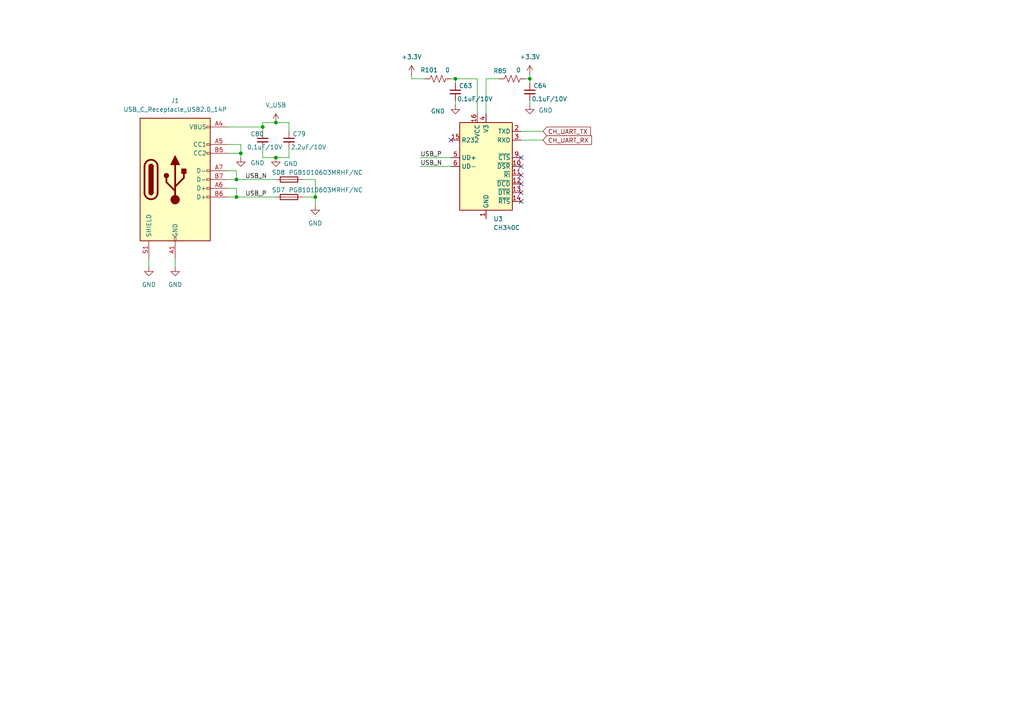
<source format=kicad_sch>
(kicad_sch (version 20250114) (generator "eeschema") (generator_version "9.0")
  (paper "A4")
  (lib_symbols
    (symbol "Connector:USB_C_Receptacle_USB2.0_14P" (pin_names (offset 1.016))
      (property "Reference" "J" (at 0 22.225 0))
      (property "Value" "USB_C_Receptacle_USB2.0_14P" (at 0 19.685 0))
      (symbol "USB_C_Receptacle_USB2.0_14P_0_0"
        (rectangle (start -0.254 -17.78) (end 0.254 -16.764))
        (rectangle (start 10.16 15.494) (end 9.144 14.986))
        (rectangle (start 10.16 10.414) (end 9.144 9.906))
        (rectangle (start 10.16 7.874) (end 9.144 7.366))
        (rectangle (start 10.16 2.794) (end 9.144 2.286))
        (rectangle (start 10.16 0.254) (end 9.144 -0.254))
        (rectangle (start 10.16 -2.286) (end 9.144 -2.794))
        (rectangle (start 10.16 -4.826) (end 9.144 -5.334))
      )
      (symbol "USB_C_Receptacle_USB2.0_14P_0_1"
        (rectangle (start -10.16 17.78) (end 10.16 -17.78) (stroke (width 0.254)) (fill (type background)))
        (polyline (pts (xy -8.89 -3.81) (xy -8.89 3.81)) (stroke (width 0.508)))
        (rectangle (start -7.62 -3.81) (end -6.35 3.81) (stroke (width 0.254)) (fill (type outline)))
        (arc (start -7.62 3.81) (mid -6.985 4.4423) (end -6.35 3.81) (stroke (width 0.254)))
        (arc (start -7.62 3.81) (mid -6.985 4.4423) (end -6.35 3.81) (stroke (width 0.254)) (fill (type outline)))
        (arc (start -8.89 3.81) (mid -6.985 5.7067) (end -5.08 3.81) (stroke (width 0.508)))
        (arc (start -5.08 -3.81) (mid -6.985 -5.7067) (end -8.89 -3.81) (stroke (width 0.508)))
        (arc (start -6.35 -3.81) (mid -6.985 -4.4423) (end -7.62 -3.81) (stroke (width 0.254)))
        (arc (start -6.35 -3.81) (mid -6.985 -4.4423) (end -7.62 -3.81) (stroke (width 0.254)) (fill (type outline)))
        (polyline (pts (xy -5.08 3.81) (xy -5.08 -3.81)) (stroke (width 0.508)))
        (circle (center -2.54 1.143) (radius 0.635) (stroke (width 0.254)) (fill (type outline)))
        (polyline (pts (xy -1.27 4.318) (xy 0 6.858) (xy 1.27 4.318) (xy -1.27 4.318)) (stroke (width 0.254)) (fill (type outline)))
        (polyline (pts (xy 0 -2.032) (xy 2.54 0.508) (xy 2.54 1.778)) (stroke (width 0.508)))
        (polyline (pts (xy 0 -3.302) (xy -2.54 -0.762) (xy -2.54 0.508)) (stroke (width 0.508)))
        (polyline (pts (xy 0 -5.842) (xy 0 4.318)) (stroke (width 0.508)))
        (circle (center 0 -5.842) (radius 1.27) (fill (type outline)))
        (rectangle (start 1.905 1.778) (end 3.175 3.048) (stroke (width 0.254)) (fill (type outline)))
      )
      (symbol "USB_C_Receptacle_USB2.0_14P_1_1"
        (pin passive line (at -7.62 -22.86 90) (length 5.08) (name "SHIELD") (number "S1"))
        (pin passive line (at 0 -22.86 90) (length 5.08) (name "GND") (number "A1"))
        (pin passive line (at 0 -22.86 90) (length 5.08) (hide yes) (name "GND") (number "A12"))
        (pin passive line (at 0 -22.86 90) (length 5.08) (hide yes) (name "GND") (number "B1"))
        (pin passive line (at 0 -22.86 90) (length 5.08) (hide yes) (name "GND") (number "B12"))
        (pin passive line (at 15.24 15.24 180) (length 5.08) (name "VBUS") (number "A4"))
        (pin passive line (at 15.24 15.24 180) (length 5.08) (hide yes) (name "VBUS") (number "A9"))
        (pin passive line (at 15.24 15.24 180) (length 5.08) (hide yes) (name "VBUS") (number "B4"))
        (pin passive line (at 15.24 15.24 180) (length 5.08) (hide yes) (name "VBUS") (number "B9"))
        (pin bidirectional line (at 15.24 10.16 180) (length 5.08) (name "CC1") (number "A5"))
        (pin bidirectional line (at 15.24 7.62 180) (length 5.08) (name "CC2") (number "B5"))
        (pin bidirectional line (at 15.24 2.54 180) (length 5.08) (name "D-") (number "A7"))
        (pin bidirectional line (at 15.24 0 180) (length 5.08) (name "D-") (number "B7"))
        (pin bidirectional line (at 15.24 -2.54 180) (length 5.08) (name "D+") (number "A6"))
        (pin bidirectional line (at 15.24 -5.08 180) (length 5.08) (name "D+") (number "B6"))
      )
    )
    (symbol "Device:C_Small" (pin_numbers (hide yes)) (pin_names (offset 0.254) (hide yes))
      (property "Reference" "C" (at 0.254 1.778 0))
      (property "Value" "C_Small" (at 0.254 -2.032 0))
      (symbol "C_Small_0_1"
        (polyline (pts (xy -1.524 0.508) (xy 1.524 0.508)) (stroke (width 0.3048)))
        (polyline (pts (xy -1.524 -0.508) (xy 1.524 -0.508)) (stroke (width 0.3302)))
      )
      (symbol "C_Small_1_1"
        (pin passive line (at 0 2.54 270) (length 2.032) (name "~") (number "1"))
        (pin passive line (at 0 -2.54 90) (length 2.032) (name "~") (number "2"))
      )
    )
    (symbol "Device:Fuse" (pin_numbers (hide yes)) (pin_names (offset 0))
      (property "Reference" "F" (at 2.032 0 90))
      (property "Value" "Fuse" (at -1.905 0 90))
      (symbol "Fuse_0_1"
        (rectangle (start -0.762 -2.54) (end 0.762 2.54) (stroke (width 0.254)))
        (polyline (pts (xy 0 2.54) (xy 0 -2.54)))
      )
      (symbol "Fuse_1_1"
        (pin passive line (at 0 3.81 270) (length 1.27) (name "~") (number "1"))
        (pin passive line (at 0 -3.81 90) (length 1.27) (name "~") (number "2"))
      )
    )
    (symbol "Device:R_US" (pin_numbers (hide yes)) (pin_names (offset 0))
      (property "Reference" "R" (at 2.54 0 90))
      (property "Value" "R_US" (at -2.54 0 90))
      (symbol "R_US_0_1"
        (polyline (pts (xy 0 2.286) (xy 0 2.54)))
        (polyline (pts (xy 0 2.286) (xy 1.016 1.905) (xy 0 1.524) (xy -1.016 1.143) (xy 0 0.762)))
        (polyline (pts (xy 0 0.762) (xy 1.016 0.381) (xy 0 0) (xy -1.016 -0.381) (xy 0 -0.762)))
        (polyline (pts (xy 0 -0.762) (xy 1.016 -1.143) (xy 0 -1.524) (xy -1.016 -1.905) (xy 0 -2.286)))
        (polyline (pts (xy 0 -2.286) (xy 0 -2.54)))
      )
      (symbol "R_US_1_1"
        (pin passive line (at 0 3.81 270) (length 1.27) (name "~") (number "1"))
        (pin passive line (at 0 -3.81 90) (length 1.27) (name "~") (number "2"))
      )
    )
    (symbol "Interface_USB:CH340C"
      (property "Reference" "U" (at -5.08 13.97 0))
      (property "Value" "CH340C" (at 1.27 13.97 0))
      (symbol "CH340C_0_1"
        (rectangle (start -7.62 12.7) (end 7.62 -12.7) (stroke (width 0.254)) (fill (type background)))
      )
      (symbol "CH340C_1_1"
        (pin input line (at -10.16 7.62 0) (length 2.54) (name "R232") (number "15"))
        (pin bidirectional line (at -10.16 2.54 0) (length 2.54) (name "UD+") (number "5"))
        (pin bidirectional line (at -10.16 0 0) (length 2.54) (name "UD-") (number "6"))
        (pin no_connect line (at -7.62 -5.08 0) (length 2.54) (hide yes) (name "NC") (number "7"))
        (pin no_connect line (at -7.62 -7.62 0) (length 2.54) (hide yes) (name "NC") (number "8"))
        (pin power_in line (at -2.54 15.24 270) (length 2.54) (name "VCC") (number "16"))
        (pin power_out line (at 0 15.24 270) (length 2.54) (name "V3") (number "4"))
        (pin power_in line (at 0 -15.24 90) (length 2.54) (name "GND") (number "1"))
        (pin output line (at 10.16 10.16 180) (length 2.54) (name "TXD") (number "2"))
        (pin input line (at 10.16 7.62 180) (length 2.54) (name "RXD") (number "3"))
        (pin input line (at 10.16 2.54 180) (length 2.54) (name "~{CTS}") (number "9"))
        (pin input line (at 10.16 0 180) (length 2.54) (name "~{DSR}") (number "10"))
        (pin input line (at 10.16 -2.54 180) (length 2.54) (name "~{RI}") (number "11"))
        (pin input line (at 10.16 -5.08 180) (length 2.54) (name "~{DCD}") (number "12"))
        (pin output line (at 10.16 -7.62 180) (length 2.54) (name "~{DTR}") (number "13"))
        (pin output line (at 10.16 -10.16 180) (length 2.54) (name "~{RTS}") (number "14"))
      )
    )
    (symbol "power:+3.3V" (power) (pin_numbers (hide yes)) (pin_names (offset 0) (hide yes))
      (property "Value" "+3.3V" (at 0 3.556 0))
      (symbol "+3.3V_0_1"
        (polyline (pts (xy -0.762 1.27) (xy 0 2.54)))
        (polyline (pts (xy 0 2.54) (xy 0.762 1.27)))
        (polyline (pts (xy 0 0) (xy 0 2.54)))
      )
      (symbol "+3.3V_1_1"
        (pin power_in line (at 0 0 90) (length 0) (name "~") (number "1"))
      )
    )
    (symbol "power:GND" (power) (pin_numbers (hide yes)) (pin_names (offset 0) (hide yes))
      (property "Value" "GND" (at 0 -3.81 0))
      (symbol "GND_0_1"
        (polyline (pts (xy 0 0) (xy 0 -1.27) (xy 1.27 -1.27) (xy 0 -2.54) (xy -1.27 -1.27) (xy 0 -1.27)))
      )
      (symbol "GND_1_1"
        (pin power_in line (at 0 0 270) (length 0) (name "~") (number "1"))
      )
    )
  )
  (junction (at 69.85 44.45))
  (junction (at 132.08 22.86))
  (junction (at 68.58 57.15))
  (junction (at 76.2 36.83))
  (junction (at 68.58 52.07))
  (junction (at 80.01 45.72))
  (junction (at 91.44 57.15))
  (junction (at 80.01 35.56))
  (junction (at 153.67 22.86))
  (no_connect (at 130.81 40.64))
  (no_connect (at 151.13 45.72))
  (no_connect (at 151.13 50.8))
  (no_connect (at 151.13 55.88))
  (no_connect (at 151.13 48.26))
  (no_connect (at 151.13 53.34))
  (no_connect (at 151.13 58.42))
  (wire (pts (xy 66.04 54.61) (xy 68.58 54.61)))
  (wire (pts (xy 66.04 52.07) (xy 68.58 52.07)))
  (wire (pts (xy 83.82 35.56) (xy 80.01 35.56)))
  (wire (pts (xy 69.85 41.91) (xy 69.85 44.45)))
  (wire (pts (xy 153.67 21.59) (xy 153.67 22.86)))
  (wire (pts (xy 66.04 36.83) (xy 76.2 36.83)))
  (wire (pts (xy 66.04 49.53) (xy 68.58 49.53)))
  (wire (pts (xy 50.8 74.93) (xy 50.8 77.47)))
  (wire (pts (xy 119.38 22.86) (xy 123.19 22.86)))
  (wire (pts (xy 121.92 45.72) (xy 130.81 45.72)))
  (wire (pts (xy 76.2 36.83) (xy 76.2 38.1)))
  (wire (pts (xy 91.44 52.07) (xy 91.44 57.15)))
  (wire (pts (xy 91.44 57.15) (xy 91.44 59.69)))
  (wire (pts (xy 138.43 22.86) (xy 132.08 22.86)))
  (wire (pts (xy 68.58 54.61) (xy 68.58 57.15)))
  (wire (pts (xy 83.82 38.1) (xy 83.82 35.56)))
  (wire (pts (xy 76.2 45.72) (xy 80.01 45.72)))
  (wire (pts (xy 68.58 57.15) (xy 80.01 57.15)))
  (wire (pts (xy 121.92 48.26) (xy 130.81 48.26)))
  (wire (pts (xy 68.58 52.07) (xy 80.01 52.07)))
  (wire (pts (xy 76.2 43.18) (xy 76.2 45.72)))
  (wire (pts (xy 153.67 22.86) (xy 153.67 24.13)))
  (wire (pts (xy 132.08 22.86) (xy 132.08 24.13)))
  (wire (pts (xy 43.18 74.93) (xy 43.18 77.47)))
  (wire (pts (xy 66.04 57.15) (xy 68.58 57.15)))
  (wire (pts (xy 132.08 29.21) (xy 132.08 30.48)))
  (wire (pts (xy 83.82 45.72) (xy 80.01 45.72)))
  (wire (pts (xy 66.04 41.91) (xy 69.85 41.91)))
  (wire (pts (xy 68.58 49.53) (xy 68.58 52.07)))
  (wire (pts (xy 152.4 22.86) (xy 153.67 22.86)))
  (wire (pts (xy 151.13 38.1) (xy 157.48 38.1)))
  (wire (pts (xy 144.78 22.86) (xy 140.97 22.86)))
  (wire (pts (xy 66.04 44.45) (xy 69.85 44.45)))
  (wire (pts (xy 87.63 52.07) (xy 91.44 52.07)))
  (wire (pts (xy 138.43 33.02) (xy 138.43 22.86)))
  (wire (pts (xy 130.81 22.86) (xy 132.08 22.86)))
  (wire (pts (xy 153.67 29.21) (xy 153.67 30.48)))
  (wire (pts (xy 151.13 40.64) (xy 157.48 40.64)))
  (wire (pts (xy 80.01 35.56) (xy 76.2 35.56)))
  (wire (pts (xy 87.63 57.15) (xy 91.44 57.15)))
  (wire (pts (xy 76.2 35.56) (xy 76.2 36.83)))
  (wire (pts (xy 83.82 43.18) (xy 83.82 45.72)))
  (wire (pts (xy 69.85 44.45) (xy 69.85 45.72)))
  (wire (pts (xy 140.97 22.86) (xy 140.97 33.02)))
  (wire (pts (xy 119.38 21.59) (xy 119.38 22.86)))
  (label "USB_N" (at 121.92 48.26 0))
  (label "USB_P" (at 71.12 57.15 0))
  (label "USB_N" (at 71.12 52.07 0))
  (label "USB_P" (at 121.92 45.72 0))
  (global_label "CH_UART_RX" (shape input) (at 157.48 40.64 0) (property "Intersheetrefs" "${INTERSHEET_REFS}" (effects (hide yes))))
  (global_label "CH_UART_TX" (shape input) (at 157.48 38.1 0) (property "Intersheetrefs" "${INTERSHEET_REFS}" (effects (hide yes))))
  (symbol (lib_id "Device:C_Small") (at 153.67 26.67 0) (unit 1)
    (property "Reference" "C64" (at 154.686 24.892 0) (effects (justify left)))
    (property "Value" "0.1uF/10V" (at 154.178 28.702 0) (effects (justify left)))
    (property "Description" "Unpolarized capacitor, small symbol" (effects (hide yes)))
  )
  (symbol (lib_id "power:GND") (at 91.44 59.69 0) (unit 1)
    (property "Reference" "#PWR047" (effects (hide yes)))
    (property "Value" "GND" (at 91.44 64.77 0))
    (property "Description" "Power symbol creates a global label with name \"GND\" , ground" (effects (hide yes)))
  )
  (symbol (lib_id "power:GND") (at 43.18 77.47 0) (unit 1)
    (property "Reference" "#PWR046" (effects (hide yes)))
    (property "Value" "GND" (at 43.18 82.55 0))
    (property "Description" "Power symbol creates a global label with name \"GND\" , ground" (effects (hide yes)))
  )
  (symbol (lib_id "Device:Fuse") (at 83.82 57.15 90) (unit 1)
    (property "Reference" "SD7" (at 80.772 55.118 90))
    (property "Value" "PGB1010603MRHF/NC" (at 94.488 55.118 90))
    (property "Footprint" "Fuse:Fuse_0603_1608Metric" (effects (hide yes)))
    (property "Description" "Fuse" (effects (hide yes)))
  )
  (symbol (lib_id "power:+3.3V") (at 80.01 35.56 0) (unit 1)
    (property "Reference" "#PWR044" (effects (hide yes)))
    (property "Value" "V_USB" (at 80.01 30.48 0))
    (property "Description" "Power symbol creates a global label with name \"+3.3V\"" (effects (hide yes)))
  )
  (symbol (lib_id "power:GND") (at 132.08 30.48 0) (unit 1)
    (property "Reference" "#PWR051" (effects (hide yes)))
    (property "Value" "GND" (at 127 32.258 0))
    (property "Description" "Power symbol creates a global label with name \"GND\" , ground" (effects (hide yes)))
  )
  (symbol (lib_id "power:GND") (at 153.67 30.48 0) (unit 1)
    (property "Reference" "#PWR049" (effects (hide yes)))
    (property "Value" "GND" (at 158.242 32.004 0))
    (property "Description" "Power symbol creates a global label with name \"GND\" , ground" (effects (hide yes)))
  )
  (symbol (lib_id "power:+3.3V") (at 119.38 21.59 0) (unit 1)
    (property "Reference" "#PWR050" (effects (hide yes)))
    (property "Value" "+3.3V" (at 119.38 16.51 0))
    (property "Description" "Power symbol creates a global label with name \"+3.3V\"" (effects (hide yes)))
  )
  (symbol (lib_id "power:GND") (at 80.01 45.72 0) (unit 1)
    (property "Reference" "#PWR043" (effects (hide yes)))
    (property "Value" "GND" (at 84.328 47.498 0))
    (property "Description" "Power symbol creates a global label with name \"GND\" , ground" (effects (hide yes)))
  )
  (symbol (lib_id "Device:C_Small") (at 83.82 40.64 0) (unit 1)
    (property "Reference" "C79" (at 84.836 38.862 0) (effects (justify left)))
    (property "Value" "2.2uF/10V" (at 84.328 42.672 0) (effects (justify left)))
    (property "Description" "Unpolarized capacitor, small symbol" (effects (hide yes)))
  )
  (symbol (lib_id "Interface_USB:CH340C") (at 140.97 48.26 0) (unit 1)
    (property "Reference" "U3" (at 143.1133 63.5 0) (effects (justify left)))
    (property "Value" "CH340C" (at 143.1133 66.04 0) (effects (justify left)))
    (property "Footprint" "Package_SO:SOIC-16_3.9x9.9mm_P1.27mm" (effects (hide yes)))
    (property "Datasheet" "https://datasheet.lcsc.com/szlcsc/Jiangsu-Qin-Heng-CH340C_C84681.pdf" (effects (hide yes)))
    (property "Description" "USB serial converter, crystal-less, UART, SOIC-16" (effects (hide yes)))
  )
  (symbol (lib_id "power:+3.3V") (at 153.67 21.59 0) (unit 1)
    (property "Reference" "#PWR048" (effects (hide yes)))
    (property "Value" "+3.3V" (at 153.67 16.51 0))
    (property "Description" "Power symbol creates a global label with name \"+3.3V\"" (effects (hide yes)))
  )
  (symbol (lib_id "power:GND") (at 50.8 77.47 0) (unit 1)
    (property "Reference" "#PWR045" (effects (hide yes)))
    (property "Value" "GND" (at 50.8 82.55 0))
    (property "Description" "Power symbol creates a global label with name \"GND\" , ground" (effects (hide yes)))
  )
  (symbol (lib_id "Device:Fuse") (at 83.82 52.07 90) (unit 1)
    (property "Reference" "SD8" (at 80.772 50.038 90))
    (property "Value" "PGB1010603MRHF/NC" (at 94.488 50.038 90))
    (property "Footprint" "Fuse:Fuse_0603_1608Metric" (effects (hide yes)))
    (property "Description" "Fuse" (effects (hide yes)))
  )
  (symbol (lib_id "Device:R_US") (at 148.59 22.86 90) (unit 1)
    (property "Reference" "R85" (at 145.034 20.574 90))
    (property "Value" "0" (at 150.368 20.32 90))
    (property "Description" "Resistor, US symbol" (effects (hide yes)))
  )
  (symbol (lib_id "Device:C_Small") (at 132.08 26.67 0) (unit 1)
    (property "Reference" "C63" (at 133.096 24.892 0) (effects (justify left)))
    (property "Value" "0.1uF/10V" (at 132.588 28.702 0) (effects (justify left)))
    (property "Description" "Unpolarized capacitor, small symbol" (effects (hide yes)))
  )
  (symbol (lib_id "Device:C_Small") (at 76.2 40.64 0) (unit 1)
    (property "Reference" "C80" (at 72.644 38.862 0) (effects (justify left)))
    (property "Value" "0.1uF/10V" (at 71.628 42.672 0) (effects (justify left)))
    (property "Description" "Unpolarized capacitor, small symbol" (effects (hide yes)))
  )
  (symbol (lib_id "Device:R_US") (at 127 22.86 90) (unit 1)
    (property "Reference" "R101" (at 124.46 20.32 90))
    (property "Value" "0" (at 129.794 20.32 90))
    (property "Description" "Resistor, US symbol" (effects (hide yes)))
  )
  (symbol (lib_id "power:GND") (at 69.85 45.72 0) (unit 1)
    (property "Reference" "#PWR042" (effects (hide yes)))
    (property "Value" "GND" (at 74.676 47.244 0))
    (property "Description" "Power symbol creates a global label with name \"GND\" , ground" (effects (hide yes)))
  )
  (symbol (lib_id "Connector:USB_C_Receptacle_USB2.0_14P") (at 50.8 52.07 0) (unit 1)
    (property "Reference" "J1" (at 50.8 29.21 0))
    (property "Value" "USB_C_Receptacle_USB2.0_14P" (at 50.8 31.75 0))
    (property "Datasheet" "https://www.usb.org/sites/default/files/documents/usb_type-c.zip" (effects (hide yes)))
    (property "Description" "USB 2.0-only 14P Type-C Receptacle connector" (effects (hide yes)))
  )
)
</source>
